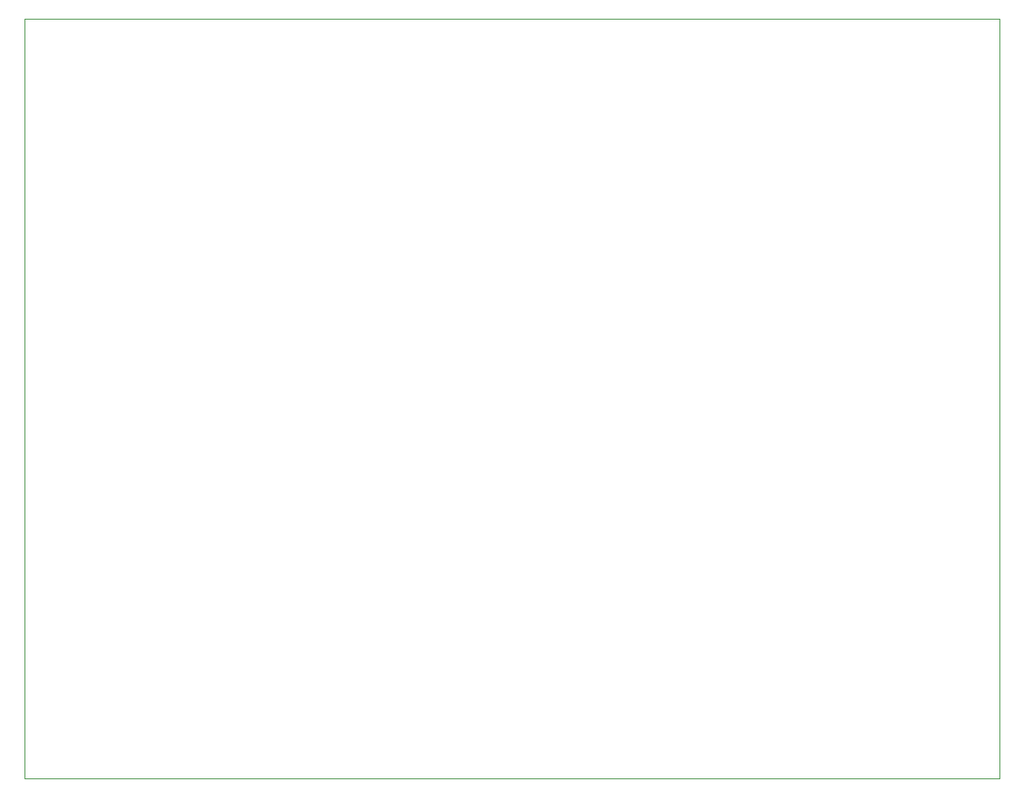
<source format=gbr>
%TF.GenerationSoftware,KiCad,Pcbnew,8.0.4*%
%TF.CreationDate,2024-09-07T09:02:32+02:00*%
%TF.ProjectId,chairAdjust-relayBoard,63686169-7241-4646-9a75-73742d72656c,rev?*%
%TF.SameCoordinates,Original*%
%TF.FileFunction,Profile,NP*%
%FSLAX46Y46*%
G04 Gerber Fmt 4.6, Leading zero omitted, Abs format (unit mm)*
G04 Created by KiCad (PCBNEW 8.0.4) date 2024-09-07 09:02:32*
%MOMM*%
%LPD*%
G01*
G04 APERTURE LIST*
%TA.AperFunction,Profile*%
%ADD10C,0.050000*%
%TD*%
G04 APERTURE END LIST*
D10*
X107315000Y-28575000D02*
X208280000Y-28575000D01*
X208280000Y-107315000D01*
X107315000Y-107315000D01*
X107315000Y-28575000D01*
M02*

</source>
